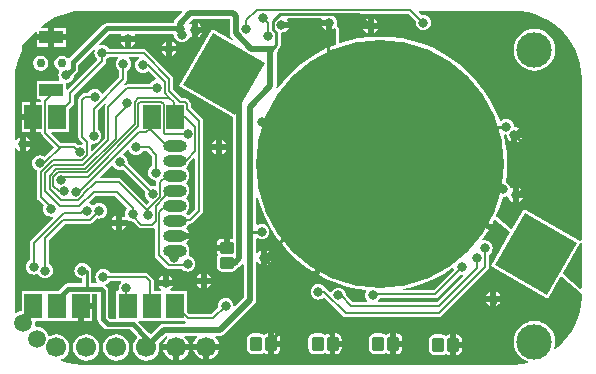
<source format=gtl>
%FSTAX25Y25*%
%MOIN*%
%SFA1B1*%

%IPPOS*%
%AMD12*
4,1,4,-0.036600,0.136500,-0.136500,-0.036600,0.036600,-0.136500,0.136500,0.036600,-0.036600,0.136500,0.0*
%
%AMD22*
4,1,8,-0.024600,0.010300,-0.024600,-0.010300,-0.014300,-0.020700,0.014300,-0.020700,0.024600,-0.010300,0.024600,0.010300,0.014300,0.020700,-0.014300,0.020700,-0.024600,0.010300,0.0*
1,1,0.020680,-0.014300,0.010300*
1,1,0.020680,-0.014300,-0.010300*
1,1,0.020680,0.014300,-0.010300*
1,1,0.020680,0.014300,0.010300*
%
%AMD25*
4,1,8,-0.010300,-0.024600,0.010300,-0.024600,0.020700,-0.014300,0.020700,0.014300,0.010300,0.024600,-0.010300,0.024600,-0.020700,0.014300,-0.020700,-0.014300,-0.010300,-0.024600,0.0*
1,1,0.020680,-0.010300,-0.014300*
1,1,0.020680,0.010300,-0.014300*
1,1,0.020680,0.010300,0.014300*
1,1,0.020680,-0.010300,0.014300*
%
%ADD10R,0.059060X0.078740*%
%ADD11R,0.078740X0.041340*%
G04~CAMADD=12~10~0.0~2000.0~0.0~0.0~0.0~0.0~0~0.0~0.0~0.0~0.0~0~0.0~0.0~0.0~0.0~0~0.0~0.0~0.0~420.0~2000.0~0.0*
%ADD12D12*%
%ADD13C,0.826770*%
%ADD14O,0.078740X0.039370*%
%ADD15C,0.006000*%
%ADD16C,0.008000*%
%ADD17C,0.010000*%
%ADD18C,0.020000*%
%ADD19C,0.015000*%
%ADD20C,0.005000*%
%ADD21C,0.007010*%
G04~CAMADD=22~8~0.0~0.0~413.4~492.1~103.4~0.0~15~0.0~0.0~0.0~0.0~0~0.0~0.0~0.0~0.0~0~0.0~0.0~0.0~90.0~492.0~414.0*
%ADD22D22*%
%ADD23C,0.118110*%
%ADD24C,0.059060*%
G04~CAMADD=25~8~0.0~0.0~413.4~492.1~103.4~0.0~15~0.0~0.0~0.0~0.0~0~0.0~0.0~0.0~0.0~0~0.0~0.0~0.0~180.0~414.0~492.0*
%ADD25D25*%
%ADD26C,0.066930*%
%ADD27C,0.029530*%
%ADD28C,0.031500*%
%LNswitch_trojan1-1*%
%LPD*%
G36*
X0144722Y0236167D02*
X014462Y0236088D01*
X0144208Y023555*
X0143948Y0234924*
X014386Y0234252*
X0143948Y023358*
X0144208Y0232954*
X014462Y0232416*
X0145131Y0232024*
Y0229825*
X0139674Y0224368*
X0139235Y0224455*
X0139145Y0224545*
X0138746Y0225065*
X0138208Y0225477*
X0137582Y0225737*
X0136909Y0225825*
X0136237Y0225737*
X0135611Y0225477*
X0135073Y0225065*
X013466Y0224527*
X013465Y0224503*
X0133563*
X0133075Y0224406*
X0132662Y022413*
X0131776Y0223244*
X01315Y022283*
X0131403Y0222342*
Y0215354*
Y0209858*
X01315Y020937*
X0131776Y0208957*
X0132821Y0207912*
X0132797Y0207621*
X013231Y0207266*
X013189Y0207321*
X0131251Y0207237*
X0130859Y020763*
X0130429Y0207917*
X0129921Y0208018*
X0125601*
X0122385Y0211235*
X0122576Y0211697*
X0128264*
Y0215354*
Y0219132*
X0129714Y0220582*
X0130012Y0221028*
X0130117Y0221555*
Y0224036*
X0140344Y0234263*
X0140642Y0234709*
X0140747Y0235236*
Y0235803*
X0141206Y0236156*
X0141598Y0236667*
X0144553*
X0144722Y0236167*
G37*
G36*
X0166976Y0148472D02*
X0167371Y0148208D01*
X0167375Y0148172*
X0167075Y0147708*
X0159921*
X0159141Y0147553*
X0158479Y0147111*
X0155743Y0144375*
X0155116Y0144455*
X0151328Y0148243*
X0151519Y0148705*
X0166744*
X0166976Y0148472*
G37*
G36*
X0145773Y0161513D02*
X0145605Y0161384D01*
X0145192Y0160846*
X0144932Y0160219*
X0144844Y0159547*
X0144906Y0159079*
X014457Y0158579*
X014398*
Y0149324*
X0141881*
X0141351Y0149853*
Y0158661*
X0141215Y0159344*
X0140829Y0159923*
X0140445Y0160307*
X0140439Y0160332*
X014058Y0160879*
X0140964Y0161038*
X0141502Y0161451*
X0141914Y0161989*
X0141924Y0162013*
X0145603*
X0145773Y0161513*
G37*
G36*
X0151797Y0236167D02*
X0151654Y0236107D01*
X0151116Y0235695*
X0150704Y0235157*
X0150444Y023453*
X0150356Y0233858*
X0150444Y0233186*
X0150704Y023256*
X0151116Y0232022*
X0151654Y0231609*
X0152281Y023135*
X0152953Y0231261*
X0153625Y023135*
X0154251Y0231609*
X0154731Y0231977*
X0157258Y022945*
X0157079Y0228922*
X0156808Y0228887*
X0156182Y0228627*
X0155644Y0228214*
X0155231Y0227677*
X015514Y0227456*
X0147736*
X0147248Y0227359*
X0146835Y0227082*
X0146498Y0227443*
X0147394Y0228338*
X0147681Y0228768*
X0147782Y0229276*
Y0232024*
X0148293Y0232416*
X0148706Y0232954*
X0148965Y023358*
X0149054Y0234252*
X0148965Y0234924*
X0148706Y023555*
X0148293Y0236088*
X0148191Y0236167*
X0148361Y0236667*
X0151698*
X0151797Y0236167*
G37*
G36*
X0212544Y0249016D02*
X0215014D01*
Y0248032*
X0215998*
Y0245652*
X0216312Y0245783*
X0216724Y0246099*
X0217224Y024592*
Y0240696*
X0214078Y0239393*
X0210799Y0237685*
X0207681Y0235699*
X0204748Y0233448*
X0202022Y0230951*
X0199524Y0228225*
X0197866Y0226064*
X0197398Y0226276*
X0197512Y0226847*
Y0237882*
X0197558Y0237928*
X0198Y023859*
X0198125Y0239216*
X0198424Y0239515*
X0198756Y0240011*
X0198872Y0240597*
Y0244435*
X0199114Y0244647*
X0199786Y0244736*
X0200413Y0244995*
X0200951Y0245408*
X0201363Y0245946*
X0201493Y024626*
X0199114*
Y0248228*
X0201493*
X0201363Y0248543*
X0201064Y0248933*
X0201264Y0249433*
X0212266*
X0212544Y0249016*
G37*
G36*
X0136922Y0238809D02*
X0136862Y0238664D01*
X0136773Y0237992*
X0136862Y023732*
X0137121Y0236694*
X0137534Y0236156*
X013769Y0236035*
X0137723Y0235537*
X0127878Y0225691*
X0127439Y022583*
X0127378Y0225876*
Y0227829*
X0128041Y0227916*
X0128667Y0228175*
X0129205Y0228588*
X0129618Y0229126*
X0129877Y0229752*
X0129965Y0230425*
X0129957Y023049*
X0130888Y023142*
X0131274Y0231999*
X013141Y0232682*
Y0234005*
X0136498Y0239092*
X0136922Y0238809*
G37*
G36*
X0148264Y0205525D02*
X014844Y0205099D01*
X0148853Y0204561*
X014939Y0204149*
X0150017Y0203889*
X0150689Y0203801*
X0151361Y0203889*
X0151988Y0204149*
X0152525Y0204561*
X0152917Y0205072*
X0154372*
X0155966Y0203479*
Y020027*
X0155455Y0199878*
X0155042Y019934*
X0154783Y0198713*
X0154694Y0198041*
X0154783Y0197369*
X0155042Y0196743*
X0155455Y0196205*
X0155993Y0195792*
X0156619Y0195533*
X0157075Y0195473*
X0157417Y0195064*
X0157451Y0194961*
X0157423Y0194819*
Y0193688*
X0157007Y019341*
X0156881Y0193463*
X0156208Y0193551*
X015557Y0193467*
X0147842Y0201196*
X014788Y0201486*
X0147791Y0202158*
X0147532Y0202785*
X0147119Y0203323*
X0146581Y0203735*
X0146421Y0203801*
X0146324Y0204292*
X0147719Y0205686*
X0148264Y0205525*
G37*
G36*
X0142967Y0200347D02*
X0143034Y0200188D01*
X0143446Y019965*
X0143984Y0199237*
X0144611Y0198978*
X0145283Y0198889*
X0145955Y0198978*
X0146206Y0199082*
X0153695Y0191593*
X0153611Y0190954*
X01537Y0190282*
X0153959Y0189656*
X0154372Y0189118*
X0154892Y0188718*
X0154966Y0188646*
X0155029Y0188148*
X0154224Y0187343*
X0145783Y0195783*
X014537Y0196059*
X0144882Y0196156*
X0138842*
X013865Y0196618*
X0142477Y0200445*
X0142967Y0200347*
G37*
G36*
X0170271Y0202586D02*
Y0185827D01*
X0168303Y0183858*
X0167704Y018389*
X016757Y0184066*
X0167397Y0184199*
Y0184699*
X016757Y0184832*
X0168046Y0185452*
X0168345Y0186174*
X0168447Y0186949*
X0168345Y0187724*
X0168046Y0188446*
X016757Y0189066*
X0167397Y0189199*
Y0189699*
X016757Y0189832*
X0168046Y0190452*
X0168345Y0191174*
X0168447Y0191949*
X0168345Y0192724*
X0168046Y0193446*
X016757Y0194066*
X0167397Y0194199*
Y0194699*
X016757Y0194832*
X0168046Y0195452*
X0168345Y0196174*
X0168447Y0196949*
X0168345Y0197724*
X0168046Y0198446*
X016757Y0199066*
X0167397Y0199199*
Y0199699*
X016757Y0199832*
X0168046Y0200452*
X0168345Y0201174*
X0168369Y020136*
X0168437Y0201405*
X0169809Y0202777*
X0170271Y0202586*
G37*
G36*
X0140536Y0220783D02*
X014026Y022037D01*
X0140163Y0219882*
Y0209288*
X0136051Y0205176*
X0135589Y0205368*
Y0207341*
X0136089Y0207695*
X0136516Y0207639*
X0137188Y0207728*
X0137814Y0207987*
X0138352Y02084*
X0138765Y0208938*
X0139024Y0209564*
X0139113Y0210236*
X0139024Y0210908*
X0138765Y0211535*
X0138352Y0212073*
X0137841Y0212465*
Y0218786*
X0140175Y022112*
X0140536Y0220783*
G37*
G36*
X0299213Y017442D02*
Y0159429D01*
X0298758Y0159221*
X0293267Y0163967*
X0293224Y0163991*
X0293191Y0164027*
X0293008Y0164411*
X0292984Y0164578*
X0292996Y0164652*
X0298713Y0174554*
X0299213Y017442*
G37*
G36*
X0269144Y0180669D02*
X0269964Y0182243D01*
X0270455Y0182337*
X0275356Y01781*
X0268923Y0166958*
X0287976Y0155958*
X0292107Y0163113*
X02926Y0163196*
X0299213Y015748*
Y015632*
X0298985Y015401*
X0298532Y0151734*
X0297859Y0149513*
X029697Y0147368*
X0295876Y0145322*
X0294587Y0143392*
X0293114Y0141597*
X0291473Y0139956*
X0290436Y0139105*
X0290002Y0139396*
X029027Y014028*
X0290404Y0141634*
X029027Y0142988*
X0289875Y0144289*
X0289234Y0145489*
X0288371Y014654*
X028732Y0147403*
X028612Y0148045*
X0284818Y014844*
X0283465Y0148573*
X0282111Y014844*
X0280809Y0148045*
X0279609Y0147403*
X0278558Y014654*
X0277695Y0145489*
X0277054Y0144289*
X0276659Y0142988*
X0276526Y0141634*
X0276659Y014028*
X0277054Y0138978*
X0277695Y0137779*
X0278558Y0136727*
X0279609Y0135864*
X0280809Y0135223*
X028134Y0135062*
Y0134539*
X0281337Y0134538*
X0279061Y0134086*
X0276751Y0133858*
X027559*
X0133858*
X0132698*
X0130388Y0134086*
X0128112Y0134538*
X0125891Y0135212*
X0125791Y0135253*
Y0135795*
X0126208Y0135967*
X0127116Y0136664*
X0127812Y0137572*
X012825Y0138629*
X01284Y0139764*
X012825Y0140898*
X0127812Y0141956*
X0127116Y0142864*
X0126208Y014356*
X012515Y0143998*
X0124016Y0144148*
X0122881Y0143998*
X0121896Y014359*
X0121606Y0143677*
X0121341Y014382*
X0120972Y014471*
X0120339Y0145536*
X0119513Y0146169*
X0118552Y0146568*
X011752Y0146703*
X011718Y0146659*
X0116859Y0147121*
X0116979Y0148031*
X011694Y0148329*
X011727Y0148705*
X0131201*
Y0153642*
X0132185*
Y0154626*
X0136138*
Y0157566*
X0137783*
Y0149114*
X0137918Y0148431*
X0138305Y0147853*
X013988Y0146278*
X0140459Y0145891*
X0141142Y0145755*
X0148769*
X0151069Y0143455*
X0151036Y0142956*
X0150916Y0142864*
X0150219Y0141956*
X0149781Y0140898*
X0149632Y0139764*
X0149781Y0138629*
X0150219Y0137572*
X0150916Y0136664*
X0151824Y0135967*
X0152881Y0135529*
X0154016Y013538*
X015515Y0135529*
X0156208Y0135967*
X0157116Y0136664*
X0157812Y0137572*
X015825Y0138629*
X01584Y0139764*
X015825Y0140898*
X0158187Y0141051*
X0160621Y0143485*
X0160857Y0143449*
X0160992Y0142922*
X0160916Y0142864*
X0160219Y0141956*
X0159781Y0140898*
X0159761Y0140748*
X016827*
X016825Y0140898*
X0167812Y0141956*
X0167116Y0142864*
X0166769Y014313*
X0166938Y014363*
X0170829*
X017099Y0143157*
X0170916Y01431*
X0170219Y0142192*
X0169781Y0141135*
X0169761Y0140984*
X017827*
X017825Y0141135*
X0177812Y0142192*
X0177116Y01431*
X0177042Y0143157*
X0177202Y014363*
X017874*
X017952Y0143785*
X0180182Y0144227*
X0190062Y0154107*
X0190504Y0154769*
X0190659Y0155549*
Y0168089*
X0191159Y0168254*
X0191471Y0167849*
X0192009Y0167436*
X0192323Y0167306*
Y0169685*
Y0172064*
X0192009Y0171934*
X0191471Y0171521*
X0191159Y0171116*
X0190659Y0171281*
Y0175898*
X0191159Y0176145*
X0191221Y0176097*
X0191848Y0175838*
X019252Y0175749*
X0193192Y0175838*
X0193818Y0176097*
X0194356Y017651*
X0194769Y0177048*
X0195028Y0177674*
X0195117Y0178347*
X0195028Y0179019*
X0194769Y0179645*
X0194356Y0180183*
X0193818Y0180596*
X0193192Y0180855*
X019252Y0180944*
X0191848Y0180855*
X0191221Y0180596*
X0191159Y0180548*
X0190659Y0180795*
Y0189602*
X0191159Y0189679*
X0192165Y018649*
X019358Y0183074*
X0195287Y0179795*
X0197273Y0176677*
X0199524Y0173744*
X0202022Y0171018*
X0204748Y016852*
X0207681Y016627*
X0209968Y0164812*
X0231136Y0201476*
X0231988Y0200984*
X023248Y0201837*
X0269144Y0180669*
G37*
G36*
X0279076Y0251832D02*
X028137Y0251438D01*
X0283614Y0250821*
X0285788Y0249987*
X0287869Y0248944*
X0289838Y0247702*
X0291675Y0246273*
X029252Y0245472*
X0293337Y0244621*
X0294798Y0242767*
X0296069Y0240778*
X029714Y0238674*
X0297999Y0236476*
X0298639Y0234204*
X0299052Y023188*
X0299236Y0229526*
X0299213Y0228346*
Y0175451*
X0298713Y0175163*
X0279923Y0186011*
X0276072Y0179339*
X0275579Y0179256*
X0271122Y0183108*
X027107Y0183138*
X0271028Y018318*
X0270898Y0183235*
X0270776Y0183305*
X0270698Y0183743*
X0270705Y0183818*
X0271811Y018649*
X0272896Y0189931*
X0273507Y0190011*
X0274103Y0190258*
X0274144Y0190266*
X0274637Y0190027*
X0274657Y0189879*
X0274916Y0189253*
X0275329Y0188715*
X0275867Y0188302*
X0276181Y0188172*
Y0190551*
Y019293*
X0275897Y0192813*
X0275856Y0192805*
X0275363Y0193044*
X0275343Y0193192*
X0275084Y0193818*
X0274671Y0194356*
X0274133Y0194769*
X0273887Y0194871*
X0274206Y0197291*
X0274367Y0200984*
X0274206Y0204678*
X0273723Y0208343*
X0273291Y0210294*
X0273702Y0210742*
X0274175Y021063*
X0274263Y0209958*
X0274523Y0209331*
X0274935Y0208794*
X0275473Y0208381*
X0275787Y0208251*
Y021063*
X0276772*
Y0211614*
X0279151*
X0279021Y0211928*
X0278608Y0212466*
X027807Y0212879*
X0277444Y0213139*
X0277115Y0213182*
X0276626Y0213298*
X0276538Y021397*
X0276278Y0214596*
X0275866Y0215134*
X0275328Y0215547*
X0274701Y0215806*
X0274029Y0215895*
X0273357Y0215806*
X0272731Y0215547*
X0272395Y021529*
X0271828Y0215426*
X0271811Y0215479*
X0270396Y0218894*
X0268689Y0222174*
X0266703Y0225292*
X0264452Y0228225*
X0261955Y0230951*
X0259229Y0233448*
X0256296Y0235699*
X0253178Y0237685*
X0249898Y0239393*
X0246483Y0240808*
X0242957Y0241919*
X0239347Y0242719*
X0235682Y0243202*
X0231988Y0243363*
X0228295Y0243202*
X0224629Y0242719*
X022102Y0241919*
X0218647Y0241171*
X0218244Y0241467*
Y024592*
X0218239Y0245945*
X0218243Y024597*
X02182Y0246139*
X0218166Y024631*
X0218152Y0246332*
X0218146Y0246356*
X0218042Y0246496*
X0217945Y0246641*
X0217924Y0246655*
X0217909Y0246676*
X0217759Y0246765*
X0217615Y0246862*
X0217506Y0247322*
X0217522Y0247359*
X0217611Y0248032*
X0217522Y0248704*
X0217263Y024933*
X021685Y0249868*
X0216312Y0250281*
X0215686Y025054*
X0215745Y0251037*
X0241577*
X0243944Y024867*
X024386Y0248031*
X0243948Y0247359*
X0244208Y0246733*
X024462Y0246195*
X0245158Y0245782*
X0245784Y0245523*
X0246457Y0245434*
X0247129Y0245523*
X0247755Y0245782*
X0248293Y0246195*
X0248706Y0246733*
X0248965Y0247359*
X0249054Y0248031*
X0248965Y0248704*
X0248706Y024933*
X0248293Y0249868*
X0247755Y0250281*
X0247129Y025054*
X0246457Y0250628*
X0245818Y0250545*
X0244856Y0251506*
X0245047Y0251969*
X027559*
X0276754Y0251999*
X0279076Y0251832*
G37*
G36*
X0166142Y0251506D02*
X0163716Y024908D01*
X0163274Y0248418*
X016316Y0247847*
X0140945*
X0140262Y0247711*
X0139683Y0247325*
X012846Y0236101*
X0127886Y0236059*
X012777Y0236234*
X0126951Y0236782*
X0125984Y0236974*
X0125018Y0236782*
X0124199Y0236234*
X0123652Y0235415*
X0123459Y0234449*
X0123652Y0233483*
X0124199Y0232663*
X0124868Y0232217*
X012504Y0231878*
X0125067Y0231596*
X012486Y0231097*
X0124771Y0230425*
X012486Y0229752*
X0125119Y0229126*
X0125135Y0229106*
X0124914Y0228657*
X0117504*
Y0222524*
X0118798*
X0119136Y022207*
X0119027Y0221571*
X0117421*
Y0216634*
Y0211697*
X0119133*
Y0211287*
X0119234Y021078*
X0119521Y021035*
X0123447Y0206424*
X0120171Y0203148*
X0119802Y020343*
X0119176Y020369*
X0118504Y0203778*
X0117832Y020369*
X0117205Y020343*
X0116668Y0203017*
X0116255Y020248*
X0115995Y0201853*
X0115907Y0201181*
X0115995Y0200509*
X0116255Y0199883*
X0116668Y0199345*
X0117205Y0198932*
X0117691Y0198731*
X011772Y0198633*
X0117623Y0198146*
Y0189862*
X011772Y0189374*
X0117996Y0188961*
X0119849Y0187109*
X0119637Y0186597*
X0119549Y0185925*
X0119637Y0185253*
X0119897Y0184627*
X0120309Y0184089*
X0120847Y0183676*
X0121474Y0183417*
X0122146Y0183328*
X0122756Y0183408*
X0122871Y0183288*
X012301Y0182955*
X0115697Y0175642*
X0115409Y0175212*
X0115308Y0174705*
Y0168862*
X0114797Y016847*
X0114385Y0167932*
X0114125Y0167306*
X0114037Y0166634*
X0114125Y0165962*
X0114385Y0165335*
X0114797Y0164797*
X0115335Y0164385*
X0115962Y0164125*
X0116634Y0164037*
X0117306Y0164125*
X0117932Y0164385*
X0118006Y0164365*
X0118134Y0164056*
X0118547Y0163518*
X0119085Y0163105*
X0119711Y0162846*
X0120384Y0162757*
X0121056Y0162846*
X0121682Y0163105*
X012222Y0163518*
X0122633Y0164056*
X0122892Y0164682*
X012298Y0165354*
X0122892Y0166026*
X0122633Y0166653*
X012222Y0167191*
X0121709Y0167583*
Y0175699*
X0126968Y0180958*
X0135431*
X0135938Y0181059*
X0136368Y0181346*
X0137754Y0182732*
X0138393Y0182648*
X0139065Y0182737*
X0139691Y0182996*
X0140229Y0183409*
X0140642Y0183947*
X0140901Y0184573*
X014099Y0185245*
X0140901Y0185917*
X0140642Y0186544*
X0140229Y0187082*
X0139691Y0187494*
X0139065Y0187754*
X0138393Y0187842*
X013772Y0187754*
X0137094Y0187494*
X0136764Y0187241*
X0136284Y0187183*
X0136066Y0187264*
X0135649Y0187584*
X0135242Y0187752*
X0135088Y0188305*
X0137044Y0190261*
X0143763*
X014778Y0186244*
X014777Y0186088*
X0147357Y018555*
X0147098Y0184924*
X0147009Y0184252*
X0147098Y018358*
X0147204Y0183325*
X0146767Y0183072*
X0146718Y0183136*
X014618Y0183548*
X0145866Y0183678*
Y0182283*
X0147383*
X0147721Y0182479*
X014777Y0182416*
X0148308Y0182003*
X0148934Y0181743*
X0149606Y0181655*
X0149658Y0181662*
X0151513Y0179807*
X0151926Y0179531*
X0152414Y0179434*
X0155905*
X0156393Y0179531*
X015651Y0179609*
X015701Y0179342*
Y0170503*
X0157111Y0169996*
X0157398Y0169566*
X0160781Y0166183*
X0161211Y0165895*
X0161718Y0165795*
X0161719*
X0165983*
X0165987Y016579*
X0166525Y0165377*
X0167151Y0165118*
X0167823Y0165029*
X0168495Y0165118*
X0169122Y0165377*
X0169659Y016579*
X0170072Y0166328*
X0170332Y0166954*
X017042Y0167626*
X0170332Y0168298*
X0170072Y0168925*
X0169659Y0169463*
X0169122Y0169875*
X0168495Y0170135*
X0168395Y0170148*
X0168143Y0170686*
X0168345Y0171174*
X0168447Y0171949*
X0168345Y0172724*
X0168046Y0173446*
X016757Y0174066*
X0167397Y0174199*
Y0174699*
X016757Y0174832*
X0168046Y0175452*
X0168258Y0175965*
X0163484*
Y0177933*
X0168258*
X0168046Y0178446*
X016757Y0179066*
X0167397Y0179199*
Y0179699*
X016757Y0179832*
X0168046Y0180452*
X016828Y0181017*
X0168661*
X0169169Y0181118*
X0169599Y0181405*
X0172534Y018434*
X0172821Y018477*
X0172922Y0185277*
Y0215313*
X0172821Y021582*
X0172534Y021625*
X0168859Y0219925*
Y0220944*
X0168758Y0221451*
X0168471Y0221881*
X0167944Y0222408*
X0167514Y0222695*
X0167007Y0222796*
X0165988*
X0163118Y0225666*
Y022935*
X0163017Y0229857*
X0162729Y0230287*
X0154087Y0238929*
X0153657Y0239217*
X015315Y0239318*
X0141598*
X0141206Y0239828*
X0140669Y0240241*
X0140042Y0240501*
X013937Y0240589*
X0138698Y0240501*
X0138553Y0240441*
X013827Y0240864*
X0141684Y0244279*
X0145483*
X0145729Y0243779*
X0145684Y024372*
X0145554Y0243406*
X0150312*
X0150182Y024372*
X0150137Y0243779*
X0150383Y0244279*
X0162921*
X0163372Y024403*
X0163461Y0243358*
X016372Y0242731*
X0164133Y0242193*
X0164671Y0241781*
X0165297Y0241521*
X0165969Y0241433*
X0166641Y0241521*
X0167268Y0241781*
X0167805Y0242193*
X0168218Y0242731*
X0168334Y0243011*
X0168874Y0243222*
X0168923Y0243205*
X0169193Y0243093*
Y0245472*
Y0247852*
X0168879Y0247722*
X0168679Y0247568*
X0168349Y0247945*
X0169644Y024924*
X0181819*
Y0244488*
X0181974Y0243708*
X0182416Y0243046*
X0182813Y024265*
X0182508Y0242253*
X0176Y0246011*
X0165Y0226958*
X0183025Y0216551*
Y0176316*
X0182639Y0175998*
X0182431Y017604*
X0181988*
Y0172933*
X0181004*
Y0172724*
Y0171949*
X0177504*
Y0171899*
X0177661Y0171106*
X0178085Y0170472*
X0177661Y0169839*
X0177504Y0169045*
Y0166978*
X0177661Y0166185*
X0178111Y0165512*
X0178783Y0165063*
X0179577Y0164905*
X0182431*
X0183224Y0165063*
X0183897Y0165512*
X0184288Y0166097*
X0184442Y0166128*
X0185103Y016657*
X0186081Y0167548*
X0186581Y0167341*
Y0156394*
X0183581Y0153393*
X0183107Y0153627*
X0183109Y0153642*
X018302Y0154314*
X0182761Y015494*
X0182348Y0155478*
X018181Y0155891*
X0181184Y015615*
X0180512Y0156239*
X0179921Y0156161*
X017984Y015615*
X0179213Y0155891*
X0178675Y0155478*
X0178263Y015494*
X0178003Y0154314*
X0177915Y0153642*
X0177999Y0153003*
X0175731Y0150735*
X0168462*
X0167634Y0151563*
Y0158579*
X016214*
X016197Y0159079*
X0162368Y0159384*
X016278Y0159922*
X0162911Y0160236*
X0158152*
X0158282Y0159922*
X0158695Y0159384*
X0159093Y0159079*
X0158923Y0158579*
X0156589*
Y0161811*
X0156492Y0162299*
X0156216Y0162712*
X015474Y0164189*
X0154326Y0164465*
X0153839Y0164562*
X0141924*
X0141914Y0164586*
X0141502Y0165124*
X0140964Y0165536*
X0140338Y0165796*
X0139665Y0165884*
X0138993Y0165796*
X0138367Y0165536*
X0137829Y0165124*
X0137416Y0164586*
X0137157Y016396*
X0137068Y0163287*
X0137157Y0162615*
X0137416Y0161989*
X0137688Y0161635*
X0137453Y0161135*
X0135781*
Y0165354*
X0135665Y016594*
X0135333Y0166436*
X013484Y0166766*
X0134513Y0167191*
X0133976Y0167603*
X0133349Y0167863*
X0132677Y0167951*
X0132005Y0167863*
X0131379Y0167603*
X0130841Y0167191*
X0130428Y0166653*
X0130169Y0166026*
X013008Y0165354*
X0130169Y0164682*
X0130428Y0164056*
X0130841Y0163518*
X0131379Y0163105*
X0132005Y0162846*
X0132677Y0162757*
X0132723Y0162717*
Y0161135*
X0127854*
X0127172Y0160999*
X0126593Y0160612*
X0124559Y0158579*
X0112484*
Y0151952*
X011196Y0151883*
X0111457Y0151674*
X0110999Y0151484*
X0110685Y0151243*
X0110236Y0151464*
Y015632*
Y015748*
Y0206099*
X0110736Y0206198*
X0110743Y0206182*
X0111156Y0205644*
X0111694Y0205231*
X0112008Y0205101*
Y020748*
Y020986*
X0111694Y0209729*
X0111156Y0209317*
X0110743Y0208779*
X0110736Y0208762*
X0110236Y0208862*
Y0228346*
Y0229507*
X0110464Y0231817*
X0110916Y0234093*
X011159Y0236314*
X0112478Y0238458*
X0113573Y0240505*
X0114862Y0242435*
X0116334Y0244229*
X0117042Y0244937*
X0117504Y0244745*
Y0244094*
X0121457*
Y0246177*
X0119091*
X0118923Y0246648*
X011977Y0247343*
X0121699Y0248632*
X0123746Y0249726*
X0125891Y0250614*
X0128112Y0251288*
X0130388Y0251741*
X0132698Y0251968*
X0133858*
X0165951*
X0166142Y0251506*
G37*
%LNswitch_trojan1-2*%
%LPC*%
G36*
X0214029Y0247047D02*
X0212634D01*
X0212764Y0246733*
X0213177Y0246195*
X0213715Y0245783*
X0214029Y0245652*
Y0247047*
G37*
G36*
X0163031Y0138779D02*
X0159761D01*
X0159781Y0138629*
X0160219Y0137572*
X0160916Y0136664*
X0161824Y0135967*
X0162881Y0135529*
X0163031Y0135509*
Y0138779*
G37*
G36*
X0144016Y0144148D02*
X0142881Y0143998D01*
X0141824Y014356*
X0140916Y0142864*
X0140219Y0141956*
X0139781Y0140898*
X0139632Y0139764*
X0139781Y0138629*
X0140219Y0137572*
X0140916Y0136664*
X0141824Y0135967*
X0142881Y0135529*
X0144016Y013538*
X014515Y0135529*
X0146208Y0135967*
X0147116Y0136664*
X0147812Y0137572*
X014825Y0138629*
X01484Y0139764*
X014825Y0140898*
X0147812Y0141956*
X0147116Y0142864*
X0146208Y014356*
X014515Y0143998*
X0144016Y0144148*
G37*
G36*
X016827Y0138779D02*
X0165D01*
Y0135509*
X016515Y0135529*
X0166208Y0135967*
X0167116Y0136664*
X0167812Y0137572*
X016825Y0138629*
X016827Y0138779*
G37*
G36*
X0232348Y019964D02*
X0211673Y0163828D01*
X0214078Y0162576*
X0217494Y0161161*
X022102Y0160049*
X0224629Y0159249*
X0227142Y0158918*
X0227333Y0158457*
X0227278Y0158385*
X0227019Y0157758*
X022693Y0157086*
X0227019Y0156414*
X0227278Y0155788*
X02276Y0155369*
X0227427Y0154869*
X022299*
X0220697Y0157162*
X0220618Y0157758*
X0220359Y0158385*
X0219946Y0158923*
X0219408Y0159335*
X0218782Y0159595*
X021811Y0159683*
X0217438Y0159595*
X0216811Y0159335*
X0216273Y0158923*
X0215875Y0158403*
X0215785Y0158313*
X0215345Y0158226*
X0214366Y0159205*
X0213936Y0159492*
X0213676Y0159544*
X0213666Y0159566*
X0213254Y0160104*
X0212716Y0160517*
X0212089Y0160776*
X0211417Y0160865*
X0210745Y0160776*
X0210119Y0160517*
X0209581Y0160104*
X0209168Y0159566*
X0208909Y015894*
X020882Y0158268*
X0208909Y0157596*
X0209168Y0156969*
X0209581Y0156431*
X0210119Y0156019*
X0210745Y0155759*
X0211417Y0155671*
X0212089Y0155759*
X0212716Y0156019*
X0213254Y0156431*
X0213382Y015644*
X0219578Y0150244*
X0220008Y0149957*
X0220515Y0149856*
X0251531*
X0252039Y0149957*
X0252469Y0150244*
X0267979Y0165754*
X0268266Y0166184*
X0268367Y0166692*
Y0170693*
X0268765Y0170998*
X0269178Y0171536*
X0269437Y0172162*
X0269526Y0172834*
X0269437Y0173506*
X0269178Y0174133*
X0268765Y0174671*
X0268227Y0175083*
X0267601Y0175343*
X0266929Y0175431*
X0266316Y0175351*
X0266183Y017548*
X0266019Y0175786*
X0266703Y0176677*
X026816Y0178964*
X0232348Y019964*
G37*
G36*
X0268701Y0158383D02*
X0268387Y0158253D01*
X0267849Y015784*
X0267436Y0157302*
X0267306Y0156988*
X0268701*
Y0158383*
G37*
G36*
X0270669D02*
Y0156988D01*
X0272064*
X0271934Y0157302*
X0271521Y015784*
X0270984Y0158253*
X0270669Y0158383*
G37*
G36*
X0195686Y0168701D02*
X0194291D01*
Y0167306*
X0194606Y0167436*
X0195143Y0167849*
X0195556Y0168386*
X0195686Y0168701*
G37*
G36*
X0134016Y0144148D02*
X0132881Y0143998D01*
X0131824Y014356*
X0130916Y0142864*
X0130219Y0141956*
X0129781Y0140898*
X0129632Y0139764*
X0129781Y0138629*
X0130219Y0137572*
X0130916Y0136664*
X0131824Y0135967*
X0132881Y0135529*
X0134016Y013538*
X013515Y0135529*
X0136208Y0135967*
X0137116Y0136664*
X0137812Y0137572*
X013825Y0138629*
X01384Y0139764*
X013825Y0140898*
X0137812Y0141956*
X0137116Y0142864*
X0136208Y014356*
X013515Y0143998*
X0134016Y0144148*
G37*
G36*
X0257333Y014415D02*
X0257283D01*
Y0141634*
X0259406*
Y0142077*
X0259248Y014287*
X0258799Y0143543*
X0258126Y0143992*
X0257333Y014415*
G37*
G36*
X0272064Y015502D02*
X0270669D01*
Y0153625*
X0270984Y0153755*
X0271521Y0154168*
X0271934Y0154705*
X0272064Y015502*
G37*
G36*
X0194685Y0144445D02*
X0194636D01*
X0193842Y0144288*
X0193209Y0143864*
X0192575Y0144288*
X0191781Y0144445*
X0189715*
X0188921Y0144288*
X0188249Y0143838*
X0187799Y0143166*
X0187641Y0142372*
Y0139518*
X0187799Y0138724*
X0188249Y0138052*
X0188921Y0137602*
X0189715Y0137444*
X0191781*
X0192575Y0137602*
X0193209Y0138026*
X0193842Y0137602*
X0194636Y0137444*
X0194685*
Y0140945*
Y0144445*
G37*
G36*
X0215158D02*
X0215108D01*
X0214315Y0144288*
X0213681Y0143864*
X0213047Y0144288*
X0212254Y0144445*
X0210187*
X0209394Y0144288*
X0208721Y0143838*
X0208272Y0143166*
X0208114Y0142372*
Y0139518*
X0208272Y0138724*
X0208721Y0138052*
X0209394Y0137602*
X0210187Y0137444*
X0212254*
X0213047Y0137602*
X0213681Y0138026*
X0214315Y0137602*
X0215108Y0137444*
X0215158*
Y0140945*
Y0144445*
G37*
G36*
X0219249Y0139961D02*
X0217126D01*
Y0137444*
X0217175*
X0217969Y0137602*
X0218641Y0138052*
X0219091Y0138724*
X0219249Y0139518*
Y0139961*
G37*
G36*
X0235335Y0144445D02*
X0235285D01*
X0234492Y0144288*
X0233858Y0143864*
X0233225Y0144288*
X0232431Y0144445*
X0230364*
X0229571Y0144288*
X0228898Y0143838*
X0228449Y0143166*
X0228291Y0142372*
Y0139518*
X0228449Y0138724*
X0228898Y0138052*
X0229571Y0137602*
X0230364Y0137444*
X0232431*
X0233225Y0137602*
X0233858Y0138026*
X0234492Y0137602*
X0235285Y0137444*
X0235335*
Y0140945*
Y0144445*
G37*
G36*
X0196703D02*
X0196653D01*
Y0141929*
X0198776*
Y0142372*
X0198618Y0143166*
X0198169Y0143838*
X0197496Y0144288*
X0196703Y0144445*
G37*
G36*
X0217175D02*
X0217126D01*
Y0141929*
X0219249*
Y0142372*
X0219091Y0143166*
X0218641Y0143838*
X0217969Y0144288*
X0217175Y0144445*
G37*
G36*
X0255315Y014415D02*
X0255266D01*
X0254472Y0143992*
X0253839Y0143569*
X0253205Y0143992*
X0252411Y014415*
X0250344*
X0249551Y0143992*
X0248878Y0143543*
X0248429Y014287*
X0248271Y0142077*
Y0139223*
X0248429Y0138429*
X0248878Y0137756*
X0249551Y0137307*
X0250344Y0137149*
X0252411*
X0253205Y0137307*
X0253839Y013773*
X0254472Y0137307*
X0255266Y0137149*
X0255315*
Y014065*
Y014415*
G37*
G36*
X0198776Y0139961D02*
X0196653D01*
Y0137444*
X0196703*
X0197496Y0137602*
X0198169Y0138052*
X0198618Y0138724*
X0198776Y0139518*
Y0139961*
G37*
G36*
X0173031Y0139016D02*
X0169761D01*
X0169781Y0138865*
X0170219Y0137808*
X0170916Y01369*
X0171824Y0136203*
X0172881Y0135765*
X0173031Y0135746*
Y0139016*
G37*
G36*
X0268701Y015502D02*
X0267306D01*
X0267436Y0154705*
X0267849Y0154168*
X0268387Y0153755*
X0268701Y0153625*
Y015502*
G37*
G36*
X0237352Y0144445D02*
X0237303D01*
Y0141929*
X0239426*
Y0142372*
X0239268Y0143166*
X0238818Y0143838*
X0238146Y0144288*
X0237352Y0144445*
G37*
G36*
X0136138Y0152657D02*
X0133169D01*
Y0148705*
X0136138*
Y0152657*
G37*
G36*
X0239426Y0139961D02*
X0237303D01*
Y0137444*
X0237352*
X0238146Y0137602*
X0238818Y0138052*
X0239268Y0138724*
X0239426Y0139518*
Y0139961*
G37*
G36*
X0259406Y0139665D02*
X0257283D01*
Y0137149*
X0257333*
X0258126Y0137307*
X0258799Y0137756*
X0259248Y0138429*
X0259406Y0139223*
Y0139665*
G37*
G36*
X017827Y0139016D02*
X0175D01*
Y0135746*
X0175151Y0135765*
X0176208Y0136203*
X0177116Y01369*
X0177812Y0137808*
X017825Y0138865*
X017827Y0139016*
G37*
G36*
X0194291Y0172064D02*
Y0170669D01*
X0195686*
X0195556Y0170984*
X0195143Y0171521*
X0194606Y0171934*
X0194291Y0172064*
G37*
G36*
X0283465Y0245915D02*
X0282111Y0245782D01*
X0280809Y0245387*
X0279609Y0244746*
X0278558Y0243883*
X0277695Y0242831*
X0277054Y0241632*
X0276659Y024033*
X0276526Y0238976*
X0276659Y0237623*
X0277054Y0236321*
X0277695Y0235121*
X0278558Y023407*
X0279609Y0233207*
X0280809Y0232566*
X0282111Y0232171*
X0283465Y0232037*
X0284818Y0232171*
X028612Y0232566*
X028732Y0233207*
X0288371Y023407*
X0289234Y0235121*
X0289875Y0236321*
X029027Y0237623*
X0290404Y0238976*
X029027Y024033*
X0289875Y0241632*
X0289234Y0242831*
X0288371Y0243883*
X028732Y0244746*
X028612Y0245387*
X0284818Y0245782*
X0283465Y0245915*
G37*
G36*
X0229823Y0249328D02*
Y0247933D01*
X0231218*
X0231088Y0248247*
X0230675Y0248785*
X0230137Y0249198*
X0229823Y0249328*
G37*
G36*
X0227854D02*
X022754Y0249198D01*
X0227002Y0248785*
X0226589Y0248247*
X0226459Y0247933*
X0227854*
Y0249328*
G37*
G36*
X0231218Y0245965D02*
X0229823D01*
Y024457*
X0230137Y02447*
X0230675Y0245112*
X0231088Y024565*
X0231218Y0245965*
G37*
G36*
X0227854D02*
X0226459D01*
X0226589Y024565*
X0227002Y0245112*
X022754Y02447*
X0227854Y024457*
Y0245965*
G37*
G36*
X0279545Y0189567D02*
X027815D01*
Y0188172*
X0278464Y0188302*
X0279002Y0188715*
X0279414Y0189253*
X0279545Y0189567*
G37*
G36*
X027815Y019293D02*
Y0191535D01*
X0279545*
X0279414Y019185*
X0279002Y0192388*
X0278464Y01928*
X027815Y019293*
G37*
G36*
X0279151Y0209646D02*
X0277756D01*
Y0208251*
X027807Y0208381*
X0278608Y0208794*
X0279021Y0209331*
X0279151Y0209646*
G37*
G36*
X0172244Y0160925D02*
X0170849D01*
X0170979Y0160611*
X0171392Y0160073*
X017193Y015966*
X0172244Y015953*
Y0160925*
G37*
G36*
X0175608D02*
X0174213D01*
Y015953*
X0174527Y015966*
X0175065Y0160073*
X0175477Y0160611*
X0175608Y0160925*
G37*
G36*
X0172244Y0164289D02*
X0172002Y0164189D01*
X017193Y0164158*
X0171392Y0163746*
X0170979Y0163208*
X0170849Y0162894*
X0172244*
Y0164289*
G37*
G36*
X0174213D02*
Y0162894D01*
X0175608*
X0175477Y0163208*
X0175065Y0163746*
X0174527Y0164158*
X0174213Y0164289*
G37*
G36*
X0161516Y01636D02*
Y0162205D01*
X0162911*
X016278Y0162519*
X0162368Y0163057*
X016183Y016347*
X0161516Y01636*
G37*
G36*
X0159547D02*
X0159233Y016347D01*
X0158695Y0163057*
X0158282Y0162519*
X0158152Y0162205*
X0159547*
Y01636*
G37*
G36*
X0121457Y0242126D02*
X0117504D01*
Y0240043*
X0121457*
Y0242126*
G37*
G36*
X0150312Y0241437D02*
X0148917D01*
Y0240042*
X0149232Y0240172*
X0149769Y0240585*
X0150182Y0241123*
X0150312Y0241437*
G37*
G36*
X0160728Y024175D02*
X0160414Y0241619D01*
X0159876Y0241207*
X0159464Y0240669*
X0159333Y0240354*
X0160728*
Y024175*
G37*
G36*
X0127378Y0242126D02*
X0123425D01*
Y0240043*
X0127378*
Y0242126*
G37*
G36*
X0146949Y0241437D02*
X0145554D01*
X0145684Y0241123*
X0146097Y0240585*
X0146635Y0240172*
X0146949Y0240042*
Y0241437*
G37*
G36*
X0118898Y0236974D02*
X0117931Y0236782D01*
X0117112Y0236234*
X0116565Y0235415*
X0116373Y0234449*
X0116565Y0233483*
X0117112Y0232663*
X0117931Y0232116*
X0118898Y0231924*
X0119864Y0232116*
X0120683Y0232663*
X012123Y0233483*
X0121423Y0234449*
X012123Y0235415*
X0120683Y0236234*
X0119864Y0236782*
X0118898Y0236974*
G37*
G36*
X0164092Y0238386D02*
X0162697D01*
Y0236991*
X0163011Y0237121*
X0163549Y0237534*
X0163962Y0238072*
X0164092Y0238386*
G37*
G36*
X0160728D02*
X0159333D01*
X0159464Y0238072*
X0159876Y0237534*
X0160414Y0237121*
X0160728Y0236991*
Y0238386*
G37*
G36*
X0171161Y0247852D02*
Y0246457D01*
X0172556*
X0172426Y0246771*
X0172013Y0247309*
X0171476Y0247722*
X0171161Y0247852*
G37*
G36*
X0172556Y0244488D02*
X0171161D01*
Y0243093*
X0171476Y0243223*
X0172013Y0243636*
X0172426Y0244174*
X0172556Y0244488*
G37*
G36*
X0162697Y024175D02*
Y0240354D01*
X0164092*
X0163962Y0240669*
X0163549Y0241207*
X0163011Y0241619*
X0162697Y024175*
G37*
G36*
X0127378Y0246177D02*
X0123425D01*
Y0244094*
X0127378*
Y0246177*
G37*
G36*
X0143898Y0183678D02*
X0143583Y0183548D01*
X0143045Y0183136*
X0142633Y0182598*
X0142503Y0182283*
X0143898*
Y0183678*
G37*
G36*
X0177362Y0205512D02*
X0175967D01*
X0176097Y0205198*
X017651Y020466*
X0177048Y0204247*
X0177362Y0204117*
Y0205512*
G37*
G36*
X018002Y017604D02*
X0179577D01*
X0178783Y0175882*
X0178111Y0175433*
X0177661Y017476*
X0177504Y0173967*
Y0173917*
X018002*
Y017604*
G37*
G36*
X0147261Y0180315D02*
X0145866D01*
Y017892*
X014618Y017905*
X0146718Y0179463*
X0147131Y0180001*
X0147261Y0180315*
G37*
G36*
X0143898D02*
X0142503D01*
X0142633Y0180001*
X0143045Y0179463*
X0143583Y017905*
X0143898Y017892*
Y0180315*
G37*
G36*
X0180726Y0205512D02*
X0179331D01*
Y0204117*
X0179645Y0204247*
X0180183Y020466*
X0180596Y0205198*
X0180726Y0205512*
G37*
G36*
X0113976Y020986D02*
Y0208465D01*
X0115371*
X0115241Y0208779*
X0114829Y0209317*
X0114291Y0209729*
X0113976Y020986*
G37*
G36*
X0115453Y0221571D02*
X0112484D01*
Y0217618*
X0115453*
Y0221571*
G37*
G36*
Y021565D02*
X0112484D01*
Y0215354*
Y0211697*
X0115453*
Y021565*
G37*
G36*
X0179331Y0208875D02*
Y020748D01*
X0180726*
X0180596Y0207795*
X0180183Y0208332*
X0179645Y0208745*
X0179331Y0208875*
G37*
G36*
X0115371Y0206496D02*
X0113976D01*
Y0205101*
X0114291Y0205231*
X0114829Y0205644*
X0115241Y0206182*
X0115371Y0206496*
G37*
G36*
X0177362Y0208875D02*
X0177048Y0208745D01*
X017651Y0208332*
X0176097Y0207795*
X0175967Y020748*
X0177362*
Y0208875*
G37*
%LNswitch_trojan1-3*%
%LPD*%
G36*
X0256587Y0165967D02*
X0256644Y0165907D01*
X0256694Y0165656*
X0249845Y0158806*
X0239657*
X0239602Y0159306*
X0242957Y0160049*
X0246483Y0161161*
X0249898Y0162576*
X0253178Y0164283*
X0256089Y0166138*
X0256587Y0165967*
G37*
G36*
X0259395Y0163945D02*
X0259498Y0163791D01*
X0259612Y0163455*
X0251026Y0154869*
X0231627*
X0231455Y0155369*
X0231776Y0155788*
X0231928Y0156155*
X0250394*
X0250901Y0156256*
X0251331Y0156543*
X025881Y0164022*
X0259395Y0163945*
G37*
G54D10*
X0155807Y0153642D03*
X0116437Y0216634D03*
X0124311D03*
X0163681Y0153642D03*
X0147933D03*
X0132185D03*
X0124311D03*
X0116437D03*
X0155807Y0216634D03*
X0163681D03*
G54D11*
X0122441Y024311D03*
Y022559D03*
G54D12*
X0180027Y0230984D03*
X028395Y0170984D03*
G54D13*
X0231988Y0200984D03*
G54D14*
X0163484Y0171949D03*
Y0176949D03*
Y0181949D03*
Y0186949D03*
Y0191949D03*
Y0196949D03*
Y0201949D03*
Y0206949D03*
G54D15*
X0190811Y0252362D02*
X0242126D01*
X0187303Y0248855D02*
X0190811Y0252362D01*
X0187303Y0245768D02*
Y0248855D01*
X021939Y0213583D02*
X0230906Y0202067D01*
X0218012Y0214961D02*
X0231988Y0200984D01*
X019252Y0214961D02*
X0218012D01*
X0194587Y0243701D02*
Y0247933D01*
X0242126Y0252362D02*
X0246457Y0248031D01*
X0193012Y0249508D02*
X0194587Y0247933D01*
X0120384Y0165354D02*
Y0176248D01*
X0136516Y0219335D02*
X0146457Y0229276D01*
X0160236Y022441D02*
Y0228346D01*
X0125591Y0206693D02*
X0129921D01*
X0125052D02*
X0125591D01*
X0120079Y0201181D02*
X0125591Y0206693D01*
X0122441Y0223819D02*
Y022559D01*
X0124265Y0223766D01*
X0266929Y0172834D02*
X0267042Y0172721D01*
X0250394Y015748D02*
X0259448Y0166535D01*
X0264173Y0166142D02*
Y0169685D01*
X0267042Y0166692D02*
Y0172721D01*
X0229921Y015748D02*
X0250394D01*
X0222441Y0153543D02*
X0251575D01*
X0218898Y0157086D02*
X0222441Y0153543D01*
X021811Y0157086D02*
X0218898D01*
X0211417Y0158268D02*
X0213428D01*
X0251575Y0153543D02*
X0264173Y0166142D01*
X0213428Y0158268D02*
X0220515Y0151181D01*
X0251531*
X0267042Y0166692*
X0129921Y0206693D02*
X013189Y0204724D01*
X0146457Y0229276D02*
Y0234252D01*
X0116634Y0166634D02*
Y0174705D01*
X0163484Y0202343D02*
X01675D01*
X01609Y0187343D02*
X0163484D01*
X0163189Y0216634D02*
X0167027D01*
X0163484Y0182343D02*
X0168661D01*
X0160236Y022441D02*
X0161713Y0222933D01*
X0151989Y0221471D02*
X0159133D01*
X0151462Y0220944D02*
X0151989Y0221471D01*
X0151462Y021347D02*
Y0220944D01*
X0136516Y0210236D02*
Y0219335D01*
X0144584Y0201575D02*
X0144672Y0201486D01*
X0145283*
X0155315Y0212697D02*
Y0216634D01*
X0154035Y0211417D02*
X0155315Y0212697D01*
X0118504Y0201181D02*
X0120079D01*
X0125591Y0195669D02*
X0126476Y0196555D01*
X013189Y0204724D02*
D01*
X0126476Y0196555D02*
X0134547D01*
X0151462Y021347*
X0126778Y019184D02*
Y0192021D01*
X0155315Y0212697D02*
X0160669Y0207343D01*
X0163484*
X0161713Y0222933D02*
X0163189Y0221457D01*
Y0216634D02*
Y0221457D01*
X0158335Y0184778D02*
X01609Y0187343D01*
X0158335Y0170503D02*
Y0184778D01*
X0163189Y0153642D02*
X0163681D01*
X0167913Y0149409*
X0176279*
X0180512Y0153642*
X0158335Y0170503D02*
X0161718Y016712D01*
X0167317*
X0167823Y0167626*
X0157291Y0198041D02*
Y0204028D01*
X0154921Y0206398D02*
X0157291Y0204028D01*
X0150689Y0206398D02*
X0154921D01*
X0145676Y0201486D02*
X0156208Y0190954D01*
X0145283Y0201486D02*
X0145676D01*
X0116634Y0174705D02*
X0126575Y0184646D01*
X0132283*
X0132973Y0185335*
X013435*
X0120384Y0176248D02*
X0126419Y0182283D01*
X0135431*
X0138393Y0185245*
X0130585Y0190427D02*
Y0191659D01*
Y0190427D02*
X0151575Y0211417D01*
X0154035*
X0152953Y0233858D02*
X0154724D01*
X0160236Y0228346*
X013937Y0237992D02*
X015315D01*
X0161792Y022935*
Y0225117D02*
Y022935D01*
X0120458Y0211287D02*
Y0221836D01*
Y0211287D02*
X0125052Y0206693D01*
X0120458Y0221836D02*
X0122441Y0223819D01*
X0160423Y0210739D02*
X0167922D01*
X0159133Y0221471D02*
X0159828Y0220775D01*
X0167534Y0219375D02*
Y0220944D01*
X0167007Y0221471D02*
X0167534Y0220944D01*
X0159828Y0211333D02*
X0160423Y0210739D01*
X0159828Y0211333D02*
Y0220775D01*
X0168661Y0182343D02*
X0171596Y0185277D01*
X01675Y0202343D02*
X0170396Y0205239D01*
X0171596Y0185277D02*
Y0215313D01*
X0167534Y0219375D02*
X0171596Y0215313D01*
X0170396Y0205239D02*
Y0213265D01*
X0167027Y0216634D02*
X0170396Y0213265D01*
X0161792Y0225117D02*
X0165439Y0221471D01*
X0167007*
G54D16*
X0269685Y0155511D02*
X027057Y0154626D01*
X0269685Y0155511D02*
Y0156004D01*
X0254331Y0146457D02*
X0262401D01*
X0115945Y024311D02*
X0122441D01*
X0112992Y0240158D02*
X0115945Y024311D01*
X0112992Y0231496D02*
Y0240158D01*
X0262401Y0146457D02*
X027057Y0154626D01*
G54D17*
X0277165Y0190551D02*
X0277559D01*
X0165847Y023937D02*
X0172933Y0246457D01*
X018862Y0178642D02*
X0188916Y0178347D01*
X019252*
X0231988Y0200984D02*
D01*
X0224606D02*
X0231594D01*
X0232677Y0201673D02*
X0247539Y0216535D01*
X0197343Y0240597D02*
Y0244728D01*
X0196116Y023937D02*
X0197343Y0240597D01*
X0196439Y0245631D02*
X0197343Y0244728D01*
X0196439Y0245631D02*
Y0248703D01*
X0161713Y023937D02*
X0165847D01*
X0134252Y015935D02*
Y0165354D01*
X0264961Y0238189D02*
X0279528Y0223622D01*
X0254801Y0238189D02*
X0264961D01*
X0249567Y0243423D02*
X0254801Y0238189D01*
X0276772Y021063D02*
X0279528Y0213386D01*
Y0223622*
X0242404Y0243423D02*
X0249567D01*
X0238386Y0247441D02*
X0242404Y0243423D01*
X022996Y0180965D02*
X0230315Y018061D01*
X0231004Y0181299*
X0223327Y0192323D02*
X0231004Y02D01*
X0229527Y0157086D02*
X0229921Y015748D01*
X0193307Y0169685D02*
X0224606Y0200984D01*
X0277559Y0190551D02*
X0279921Y0192913D01*
Y020748*
X0276772Y021063D02*
X0279921Y020748D01*
X0195669Y0142126D02*
X02Y0146457D01*
X0233858*
X0254331D02*
X0256299Y0144488D01*
Y0141206D02*
Y0144488D01*
X0233858Y0146457D02*
X0254331D01*
X0233858D02*
X0236319Y0143996D01*
Y0140945D02*
Y0143996D01*
X0213386Y0146457D02*
X0216142Y0143701D01*
Y0140945D02*
Y0143701D01*
X0164016Y0139764D02*
X0174764D01*
X0175Y014*
X0178504*
X0183858Y0134646*
X0192913*
X0195669Y0137402*
Y0140945*
X0193307Y0169685D02*
X0195669Y0167323D01*
Y0140945D02*
Y0142126D01*
Y0167323*
X0247539Y0216535D02*
X0250777Y0213298D01*
X0274029*
X0240453Y019252D02*
X0272835D01*
X0231988Y0200984D02*
X0240453Y019252D01*
X0198698Y0250962D02*
X0224628D01*
X0214665Y0218307D02*
Y024685D01*
Y0218307D02*
X021939Y0213583D01*
X0224628Y0250962D02*
X0228642Y0246949D01*
X0228839*
X0237894D02*
X0238386Y0247441D01*
X0228839Y0246949D02*
X0237894D01*
X0196439Y0248703D02*
X0198698Y0250962D01*
X0232382Y0239665D02*
X0236614D01*
X0231988Y0240059D02*
X0232382Y0239665D01*
X0168701Y0145965D02*
X0168996Y0145669D01*
X0163296Y0170185D02*
X0163394D01*
G54D18*
X0183858Y0244488D02*
X0188976Y023937D01*
X0183858Y0244488D02*
Y0250295D01*
X0188976Y023937D02*
X0196116D01*
X018862Y0178642D02*
Y0219995D01*
Y0155549D02*
Y0178642D01*
X0195472Y0238726D02*
X0196116Y023937D01*
X0195472Y0226847D02*
Y0238726D01*
X018862Y0219995D02*
X0195472Y0226847D01*
X017874Y0145669D02*
X018862Y0155549D01*
X0168799Y0251279D02*
X0182874D01*
X0183858Y0250295*
X0180027Y0230984D02*
X0185065Y0225946D01*
Y0169415D02*
Y0225946D01*
X0183661Y0168012D02*
X0185065Y0169415D01*
X0181004Y0168012D02*
X0183661D01*
X0165157Y0246063D02*
Y0247638D01*
X0168799Y0251279*
X0154016Y0139764D02*
X0159921Y0145669D01*
X0168996*
X017874*
G54D19*
X0138878Y015935D02*
X0139567Y0158661D01*
X0134252Y015935D02*
X0138878D01*
X0127854D02*
X0134252D01*
X0123819Y0155315D02*
X0127854Y015935D01*
X0123819Y0153642D02*
Y0155315D01*
X0154016Y0139764D02*
Y0143032D01*
X0149508Y0147539D02*
X0154016Y0143032D01*
X0141142Y0147539D02*
X0149508D01*
X0139567Y0149114D02*
X0141142Y0147539D01*
X0139567Y0149114D02*
Y0158661D01*
X0140945Y0246063D02*
X0164948D01*
X0129626Y0234744D02*
X0140945Y0246063D01*
X0129626Y0232682D02*
Y0234744D01*
X0127368Y0230425D02*
X0129626Y0232682D01*
G54D20*
X0132677Y0209858D02*
Y0222342D01*
Y0209858D02*
X0134315Y0208221D01*
X0143898Y0216634D02*
X0147638Y0220374D01*
X0143898Y0209331D02*
Y0216634D01*
X0147638Y0220374D02*
Y022126D01*
X0141437Y020876D02*
Y0219882D01*
X0139665Y0163287D02*
X0153839D01*
X0155315Y0161811*
Y0153642D02*
Y0161811D01*
X0147441Y0153642D02*
Y0159547D01*
X0133563Y0223228D02*
X0136909D01*
X0132677Y0222342D02*
X0133563Y0223228D01*
X0123031Y0193701D02*
X0124892Y019184D01*
X0150295Y0214173D02*
Y0221654D01*
X0151427Y0222785*
X0161565*
X0161713Y0222933*
X0122146Y0185925D02*
Y0186614D01*
X0120472Y0197835D02*
X0123031Y0200394D01*
X0120472Y0191732D02*
Y0197835D01*
X0123031Y0196539D02*
X0124586Y0198094D01*
X0123031Y0193701D02*
Y0196539D01*
X0134315Y020372D02*
Y0208221D01*
X0122819Y0202067D02*
X0132661D01*
X0134315Y020372*
X0133071Y0200394D02*
X0141437Y020876D01*
X0123031Y0200394D02*
X0133071D01*
X013376Y0199194D02*
X0143898Y0209331D01*
X0134216Y0198094D02*
X0150295Y0214173D01*
X0124586Y0198094D02*
X0134216D01*
X0124892Y019184D02*
X0126778D01*
X0137237Y0194882D02*
X0144882D01*
X0125591Y0188878D02*
X0131233D01*
X0133133Y0190778D02*
X0137237Y0194882D01*
X0131233Y0188878D02*
X0132897Y0190542D01*
X0133133Y0190778*
X0149606Y0183516D02*
Y0184252D01*
Y0183516D02*
Y0186221D01*
Y0183516D02*
X0152414Y0180709D01*
X0155905*
X0157185Y0181988*
X0160827Y0196949D02*
X0163484D01*
X0161614Y0197343D02*
X0163484D01*
X0154626Y018376D02*
Y0185138D01*
X0144882Y0194882D02*
X0154626Y0185138D01*
X0158697Y0194819D02*
X0160827Y0196949D01*
X016252Y0192342D02*
X0163484D01*
X0160012Y0189834D02*
X016252Y0192342D01*
X0154626Y0185943D02*
X0158697Y0190014D01*
Y0194819*
X0157185Y0186946D02*
X0160012Y0189772D01*
Y0189834*
X0157185Y0181988D02*
Y0186946D01*
X0154626Y0185138D02*
Y0185943D01*
X0144291Y0191535D02*
X0149606Y0186221D01*
X0136516Y0191535D02*
X0144291D01*
X0120472Y0191732D02*
X0125394Y0186811D01*
X0131791*
X0136516Y0191535*
X012413Y0199194D02*
X013376D01*
X0121932Y0196995D02*
X012413Y0199194D01*
X0121932Y0192537D02*
X0125591Y0188878D01*
X0121932Y0192537D02*
Y0196995D01*
X0118898Y0189862D02*
X0122146Y0186614D01*
X0118898Y0189862D02*
Y0198146D01*
X0122819Y0202067*
X0141437Y0219882D02*
X0147736Y0226181D01*
X015748*
G54D21*
X0123819Y0216634D02*
X012874Y0221555D01*
X013937Y0235236D02*
Y0237992D01*
X012874Y0221555D02*
Y0224606D01*
X013937Y0235236*
G54D22*
X0181004Y0168012D03*
Y0172933D03*
G54D23*
X0283465Y0141634D03*
Y0238976D03*
G54D24*
X011752Y0142717D03*
X0112992Y0148031D03*
G54D25*
X0256299Y014065D03*
X0251378D03*
X0236319Y0140945D03*
X0231398D03*
X0216142D03*
X0211221D03*
X0195669D03*
X0190748D03*
G54D26*
X0124016Y0139764D03*
X0134016D03*
X0144016D03*
X0154016D03*
X0164016D03*
X0174016Y014D03*
G54D27*
X0125984Y0234449D03*
X0118898D03*
G54D28*
X0182972Y0234055D03*
X0180709Y0233858D03*
X0165969Y024403D03*
X0170177Y0245472D03*
X0187303Y0245768D03*
X0194587Y0243701D03*
X0199114Y0247244D03*
X0193012Y0249508D03*
X0165256Y0245965D03*
X0132677Y0165354D03*
X0120384D03*
X0150689Y0206398D03*
X0147638Y022126D03*
X0139665Y0163287D03*
X0147441Y0159547D03*
X013937Y0237992D03*
X0136909Y0223228D03*
X0147933Y0242421D03*
X0127368Y0230425D03*
X0269685Y0156004D03*
X0253839Y0233563D03*
X0266929Y0172834D03*
X0259448Y0166535D03*
X0264173Y0169685D03*
X0161713Y023937D03*
X0229527Y0157086D03*
X021811D03*
X0211417Y0158268D03*
X0146457Y0234252D03*
X015748Y0226378D03*
X0246457Y0248031D03*
X019252Y0214961D03*
X0193307Y0169685D03*
X025Y0166535D03*
X0112992Y020748D03*
X0276772Y021063D03*
X0277165Y0190551D03*
X019252Y0178347D03*
X0274029Y0213298D03*
X0272835Y019252D03*
X0231594Y0202756D03*
X021624Y0200689D03*
X0228839Y0246949D03*
X0215014Y0248032D03*
X0236614Y0239665D03*
X0160531Y0161221D03*
X0144882Y0181299D03*
X0116634Y0166634D03*
X0167823Y0167626D03*
X0136516Y0210236D03*
X0145283Y0201486D03*
X0118504Y0201181D03*
X0122146Y0185925D03*
X0125591Y0195669D03*
X013189Y0204724D03*
X0126778Y019184D03*
X0130585Y0191659D03*
X0173228Y0161909D03*
X0149606Y0184252D03*
X0154626Y018376D03*
X0180512Y0153642D03*
X0163394Y0169595D03*
X0178347Y0206496D03*
X0157291Y0198041D03*
X0156208Y0190954D03*
X0138393Y0185245D03*
X013435Y0185335D03*
X0152953Y0233858D03*
X0167922Y0210739D03*
M02*
</source>
